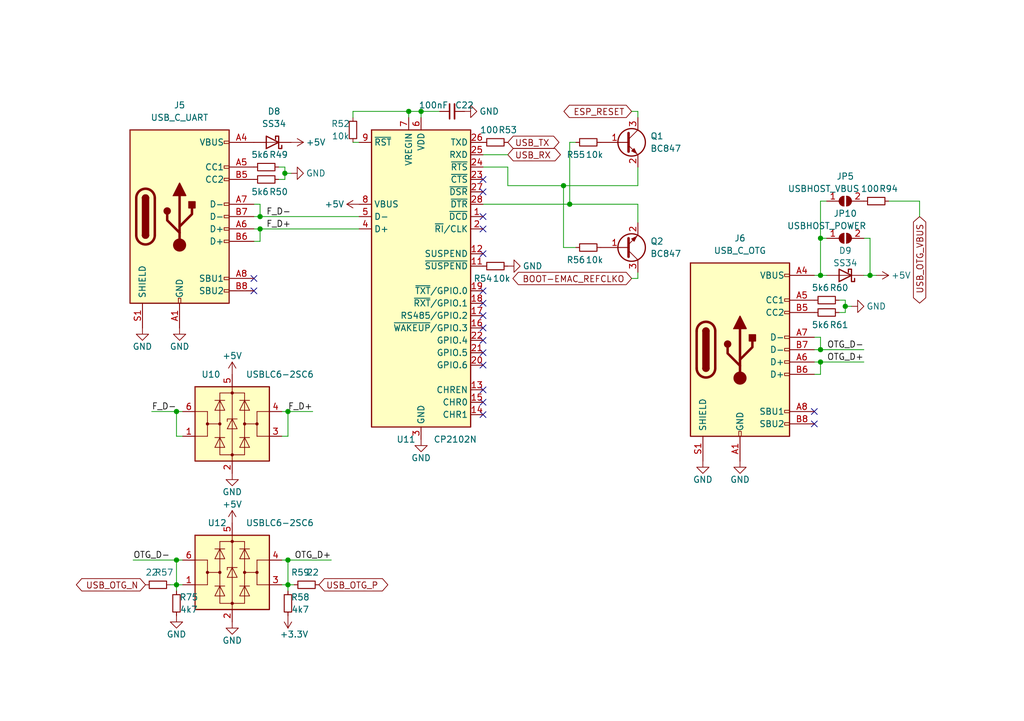
<source format=kicad_sch>
(kicad_sch (version 20211123) (generator eeschema)
  (paper "A5")
  (lib_symbols
    (symbol "Connector:USB_C_Receptacle_USB2.0" (pin_names (offset 1.016))
      (property "Reference" "J" (at -10.16 19.05 0))
      (property "Value" "USB_C_Receptacle_USB2.0" (at 19.05 19.05 0))
      (symbol "USB_C_Receptacle_USB2.0_0_0"
        (rectangle (start -0.254 -17.78) (end 0.254 -16.764))
        (rectangle (start 10.16 -14.986) (end 9.144 -15.494))
        (rectangle (start 10.16 -12.446) (end 9.144 -12.954))
        (rectangle (start 10.16 -4.826) (end 9.144 -5.334))
        (rectangle (start 10.16 -2.286) (end 9.144 -2.794))
        (rectangle (start 10.16 0.254) (end 9.144 -0.254))
        (rectangle (start 10.16 2.794) (end 9.144 2.286))
        (rectangle (start 10.16 7.874) (end 9.144 7.366))
        (rectangle (start 10.16 10.414) (end 9.144 9.906))
        (rectangle (start 10.16 15.494) (end 9.144 14.986))
      )
      (symbol "USB_C_Receptacle_USB2.0_0_1"
        (rectangle (start -10.16 17.78) (end 10.16 -17.78) (stroke (width 0.254)) (fill (type background)))
        (arc (start -8.89 -3.81) (mid -6.985 -5.715) (end -5.08 -3.81) (stroke (width 0.508)))
        (arc (start -7.62 -3.81) (mid -6.985 -4.445) (end -6.35 -3.81) (stroke (width 0.254)))
        (arc (start -7.62 -3.81) (mid -6.985 -4.445) (end -6.35 -3.81) (stroke (width 0.254)) (fill (type outline)))
        (rectangle (start -7.62 -3.81) (end -6.35 3.81) (stroke (width 0.254)) (fill (type outline)))
        (arc (start -6.35 3.81) (mid -6.985 4.445) (end -7.62 3.81) (stroke (width 0.254)))
        (arc (start -6.35 3.81) (mid -6.985 4.445) (end -7.62 3.81) (stroke (width 0.254)) (fill (type outline)))
        (arc (start -5.08 3.81) (mid -6.985 5.715) (end -8.89 3.81) (stroke (width 0.508)))
        (circle (center -2.54 1.143) (radius 0.635) (stroke (width 0.254)) (fill (type outline)))
        (circle (center 0 -5.842) (radius 1.27) (fill (type outline)))
        (polyline (pts (xy -8.89 -3.81) (xy -8.89 3.81)) (stroke (width 0.508)))
        (polyline (pts (xy -5.08 3.81) (xy -5.08 -3.81)) (stroke (width 0.508)))
        (polyline (pts (xy 0 -5.842) (xy 0 4.318)) (stroke (width 0.508)))
        (polyline (pts (xy 0 -3.302) (xy -2.54 -0.762) (xy -2.54 0.508)) (stroke (width 0.508)))
        (polyline (pts (xy 0 -2.032) (xy 2.54 0.508) (xy 2.54 1.778)) (stroke (width 0.508)))
        (polyline (pts (xy -1.27 4.318) (xy 0 6.858) (xy 1.27 4.318) (xy -1.27 4.318)) (stroke (width 0.254)) (fill (type outline)))
        (rectangle (start 1.905 1.778) (end 3.175 3.048) (stroke (width 0.254)) (fill (type outline)))
      )
      (symbol "USB_C_Receptacle_USB2.0_1_1"
        (pin passive line (at 0 -22.86 90) (length 5.08) (name "GND") (number "A1"))
        (pin passive line (at 0 -22.86 90) (length 5.08) hide (name "GND") (number "A12"))
        (pin passive line (at 15.24 15.24 180) (length 5.08) (name "VBUS") (number "A4"))
        (pin bidirectional line (at 15.24 10.16 180) (length 5.08) (name "CC1") (number "A5"))
        (pin bidirectional line (at 15.24 -2.54 180) (length 5.08) (name "D+") (number "A6"))
        (pin bidirectional line (at 15.24 2.54 180) (length 5.08) (name "D-") (number "A7"))
        (pin bidirectional line (at 15.24 -12.7 180) (length 5.08) (name "SBU1") (number "A8"))
        (pin passive line (at 15.24 15.24 180) (length 5.08) hide (name "VBUS") (number "A9"))
        (pin passive line (at 0 -22.86 90) (length 5.08) hide (name "GND") (number "B1"))
        (pin passive line (at 0 -22.86 90) (length 5.08) hide (name "GND") (number "B12"))
        (pin passive line (at 15.24 15.24 180) (length 5.08) hide (name "VBUS") (number "B4"))
        (pin bidirectional line (at 15.24 7.62 180) (length 5.08) (name "CC2") (number "B5"))
        (pin bidirectional line (at 15.24 -5.08 180) (length 5.08) (name "D+") (number "B6"))
        (pin bidirectional line (at 15.24 0 180) (length 5.08) (name "D-") (number "B7"))
        (pin bidirectional line (at 15.24 -15.24 180) (length 5.08) (name "SBU2") (number "B8"))
        (pin passive line (at 15.24 15.24 180) (length 5.08) hide (name "VBUS") (number "B9"))
        (pin passive line (at -7.62 -22.86 90) (length 5.08) (name "SHIELD") (number "S1"))
      )
    )
    (symbol "Device:C_Small" (pin_numbers hide) (pin_names (offset 0.254) hide)
      (property "Reference" "C" (at 0.254 1.778 0))
      (property "Value" "C_Small" (at 0.254 -2.032 0))
      (symbol "C_Small_0_1"
        (polyline (pts (xy -1.524 -0.508) (xy 1.524 -0.508)) (stroke (width 0.3302)))
        (polyline (pts (xy -1.524 0.508) (xy 1.524 0.508)) (stroke (width 0.3048)))
      )
      (symbol "C_Small_1_1"
        (pin passive line (at 0 2.54 270) (length 2.032) (name "~") (number "1"))
        (pin passive line (at 0 -2.54 90) (length 2.032) (name "~") (number "2"))
      )
    )
    (symbol "Device:R_Small" (pin_numbers hide) (pin_names (offset 0.254) hide)
      (property "Reference" "R" (at 0.762 0.508 0))
      (property "Value" "R_Small" (at 0.762 -1.016 0))
      (symbol "R_Small_0_1"
        (rectangle (start -0.762 1.778) (end 0.762 -1.778) (stroke (width 0.2032)))
      )
      (symbol "R_Small_1_1"
        (pin passive line (at 0 2.54 270) (length 0.762) (name "~") (number "1"))
        (pin passive line (at 0 -2.54 90) (length 0.762) (name "~") (number "2"))
      )
    )
    (symbol "Diode:CDBA340-HF" (pin_numbers hide) (pin_names hide)
      (property "Reference" "D" (at 0 2.54 0))
      (property "Value" "CDBA340-HF" (at 0 -2.54 0))
      (symbol "CDBA340-HF_0_1"
        (polyline (pts (xy 1.27 0) (xy -1.27 0)))
        (polyline (pts (xy 1.27 1.27) (xy 1.27 -1.27) (xy -1.27 0) (xy 1.27 1.27)) (stroke (width 0.254)))
        (polyline (pts (xy -1.905 0.635) (xy -1.905 1.27) (xy -1.27 1.27) (xy -1.27 -1.27) (xy -0.635 -1.27) (xy -0.635 -0.635)) (stroke (width 0.254)))
      )
      (symbol "CDBA340-HF_1_1"
        (pin passive line (at -3.81 0 0) (length 2.54) (name "K") (number "1"))
        (pin passive line (at 3.81 0 180) (length 2.54) (name "A") (number "2"))
      )
    )
    (symbol "Interface_USB:CP2102N-Axx-xQFN28"
      (property "Reference" "U" (at -8.89 31.75 0))
      (property "Value" "CP2102N-Axx-xQFN28" (at 12.7 31.75 0))
      (symbol "CP2102N-Axx-xQFN28_0_1"
        (rectangle (start -10.16 30.48) (end 10.16 -30.48) (stroke (width 0.254)) (fill (type background)))
      )
      (symbol "CP2102N-Axx-xQFN28_1_1"
        (pin input line (at 12.7 12.7 180) (length 2.54) (name "~{DCD}") (number "1"))
        (pin no_connect line (at -10.16 -27.94 0) (length 2.54) hide (name "NC") (number "10"))
        (pin output line (at 12.7 2.54 180) (length 2.54) (name "~{SUSPEND}") (number "11"))
        (pin output line (at 12.7 5.08 180) (length 2.54) (name "SUSPEND") (number "12"))
        (pin output line (at 12.7 -22.86 180) (length 2.54) (name "CHREN") (number "13"))
        (pin output line (at 12.7 -27.94 180) (length 2.54) (name "CHR1") (number "14"))
        (pin output line (at 12.7 -25.4 180) (length 2.54) (name "CHR0") (number "15"))
        (pin bidirectional line (at 12.7 -10.16 180) (length 2.54) (name "~{WAKEUP}/GPIO.3") (number "16"))
        (pin bidirectional line (at 12.7 -7.62 180) (length 2.54) (name "RS485/GPIO.2") (number "17"))
        (pin bidirectional line (at 12.7 -5.08 180) (length 2.54) (name "~{RXT}/GPIO.1") (number "18"))
        (pin bidirectional line (at 12.7 -2.54 180) (length 2.54) (name "~{TXT}/GPIO.0") (number "19"))
        (pin bidirectional line (at 12.7 10.16 180) (length 2.54) (name "~{RI}/CLK") (number "2"))
        (pin bidirectional line (at 12.7 -17.78 180) (length 2.54) (name "GPIO.6") (number "20"))
        (pin bidirectional line (at 12.7 -15.24 180) (length 2.54) (name "GPIO.5") (number "21"))
        (pin bidirectional line (at 12.7 -12.7 180) (length 2.54) (name "GPIO.4") (number "22"))
        (pin input line (at 12.7 20.32 180) (length 2.54) (name "~{CTS}") (number "23"))
        (pin output line (at 12.7 22.86 180) (length 2.54) (name "~{RTS}") (number "24"))
        (pin input line (at 12.7 25.4 180) (length 2.54) (name "RXD") (number "25"))
        (pin output line (at 12.7 27.94 180) (length 2.54) (name "TXD") (number "26"))
        (pin input line (at 12.7 17.78 180) (length 2.54) (name "~{DSR}") (number "27"))
        (pin output line (at 12.7 15.24 180) (length 2.54) (name "~{DTR}") (number "28"))
        (pin passive line (at 0 -33.02 90) (length 2.54) hide (name "GND") (number "29"))
        (pin power_in line (at 0 -33.02 90) (length 2.54) (name "GND") (number "3"))
        (pin bidirectional line (at -12.7 10.16 0) (length 2.54) (name "D+") (number "4"))
        (pin bidirectional line (at -12.7 12.7 0) (length 2.54) (name "D-") (number "5"))
        (pin power_in line (at 0 33.02 270) (length 2.54) (name "VDD") (number "6"))
        (pin power_in line (at -2.54 33.02 270) (length 2.54) (name "VREGIN") (number "7"))
        (pin input line (at -12.7 15.24 0) (length 2.54) (name "VBUS") (number "8"))
        (pin input line (at -12.7 27.94 0) (length 2.54) (name "~{RST}") (number "9"))
      )
    )
    (symbol "Jumper:SolderJumper_2_Open" (pin_names (offset 0) hide)
      (property "Reference" "JP" (at 0 2.032 0))
      (property "Value" "SolderJumper_2_Open" (at 0 -2.54 0))
      (symbol "SolderJumper_2_Open_0_1"
        (arc (start -0.254 1.016) (mid -1.27 0) (end -0.254 -1.016))
        (arc (start -0.254 1.016) (mid -1.27 0) (end -0.254 -1.016) (fill (type outline)))
        (polyline (pts (xy -0.254 1.016) (xy -0.254 -1.016)))
        (polyline (pts (xy 0.254 1.016) (xy 0.254 -1.016)))
        (arc (start 0.254 -1.016) (mid 1.27 0) (end 0.254 1.016))
        (arc (start 0.254 -1.016) (mid 1.27 0) (end 0.254 1.016) (fill (type outline)))
      )
      (symbol "SolderJumper_2_Open_1_1"
        (pin passive line (at -3.81 0 0) (length 2.54) (name "A") (number "1"))
        (pin passive line (at 3.81 0 180) (length 2.54) (name "B") (number "2"))
      )
    )
    (symbol "Power_Protection:USBLC6-2SC6" (pin_names hide)
      (property "Reference" "U" (at 2.54 8.89 0))
      (property "Value" "USBLC6-2SC6" (at 2.54 -8.89 0))
      (symbol "USBLC6-2SC6_0_1"
        (rectangle (start -7.62 -7.62) (end 7.62 7.62) (stroke (width 0.254)) (fill (type background)))
        (circle (center -5.08 0) (radius 0.254) (fill (type outline)))
        (circle (center -2.54 0) (radius 0.254) (fill (type outline)))
        (rectangle (start -2.54 6.35) (end 2.54 -6.35))
        (circle (center 0 -6.35) (radius 0.254) (fill (type outline)))
        (polyline (pts (xy -5.08 -2.54) (xy -7.62 -2.54)))
        (polyline (pts (xy -5.08 0) (xy -5.08 -2.54)))
        (polyline (pts (xy -5.08 2.54) (xy -7.62 2.54)))
        (polyline (pts (xy -1.524 -2.794) (xy -3.556 -2.794)))
        (polyline (pts (xy -1.524 4.826) (xy -3.556 4.826)))
        (polyline (pts (xy 0 -7.62) (xy 0 -6.35)))
        (polyline (pts (xy 0 -6.35) (xy 0 1.27)))
        (polyline (pts (xy 0 1.27) (xy 0 6.35)))
        (polyline (pts (xy 0 6.35) (xy 0 7.62)))
        (polyline (pts (xy 1.524 -2.794) (xy 3.556 -2.794)))
        (polyline (pts (xy 1.524 4.826) (xy 3.556 4.826)))
        (polyline (pts (xy 5.08 -2.54) (xy 7.62 -2.54)))
        (polyline (pts (xy 5.08 0) (xy 5.08 -2.54)))
        (polyline (pts (xy 5.08 2.54) (xy 7.62 2.54)))
        (polyline (pts (xy -2.54 0) (xy -5.08 0) (xy -5.08 2.54)))
        (polyline (pts (xy 2.54 0) (xy 5.08 0) (xy 5.08 2.54)))
        (polyline (pts (xy -3.556 -4.826) (xy -1.524 -4.826) (xy -2.54 -2.794) (xy -3.556 -4.826)))
        (polyline (pts (xy -3.556 2.794) (xy -1.524 2.794) (xy -2.54 4.826) (xy -3.556 2.794)))
        (polyline (pts (xy -1.016 -1.016) (xy 1.016 -1.016) (xy 0 1.016) (xy -1.016 -1.016)))
        (polyline (pts (xy 1.016 1.016) (xy 0.762 1.016) (xy -1.016 1.016) (xy -1.016 0.508)))
        (polyline (pts (xy 3.556 -4.826) (xy 1.524 -4.826) (xy 2.54 -2.794) (xy 3.556 -4.826)))
        (polyline (pts (xy 3.556 2.794) (xy 1.524 2.794) (xy 2.54 4.826) (xy 3.556 2.794)))
        (circle (center 0 6.35) (radius 0.254) (fill (type outline)))
        (circle (center 2.54 0) (radius 0.254) (fill (type outline)))
        (circle (center 5.08 0) (radius 0.254) (fill (type outline)))
      )
      (symbol "USBLC6-2SC6_1_1"
        (pin passive line (at -10.16 -2.54 0) (length 2.54) (name "I/O1") (number "1"))
        (pin passive line (at 0 -10.16 90) (length 2.54) (name "GND") (number "2"))
        (pin passive line (at 10.16 -2.54 180) (length 2.54) (name "I/O2") (number "3"))
        (pin passive line (at 10.16 2.54 180) (length 2.54) (name "I/O2") (number "4"))
        (pin passive line (at 0 10.16 270) (length 2.54) (name "VBUS") (number "5"))
        (pin passive line (at -10.16 2.54 0) (length 2.54) (name "I/O1") (number "6"))
      )
    )
    (symbol "Transistor_BJT:BC847" (pin_names (offset 0) hide)
      (property "Reference" "Q" (at 5.08 1.905 0))
      (property "Value" "BC847" (at 5.08 0 0))
      (symbol "BC847_0_1"
        (polyline (pts (xy 0.635 0.635) (xy 2.54 2.54)))
        (polyline (pts (xy 0.635 -0.635) (xy 2.54 -2.54) (xy 2.54 -2.54)))
        (polyline (pts (xy 0.635 1.905) (xy 0.635 -1.905) (xy 0.635 -1.905)) (stroke (width 0.508)))
        (polyline (pts (xy 1.27 -1.778) (xy 1.778 -1.27) (xy 2.286 -2.286) (xy 1.27 -1.778) (xy 1.27 -1.778)) (fill (type outline)))
        (circle (center 1.27 0) (radius 2.8194) (stroke (width 0.254)))
      )
      (symbol "BC847_1_1"
        (pin input line (at -5.08 0 0) (length 5.715) (name "B") (number "1"))
        (pin passive line (at 2.54 -5.08 90) (length 2.54) (name "E") (number "2"))
        (pin passive line (at 2.54 5.08 270) (length 2.54) (name "C") (number "3"))
      )
    )
    (symbol "power:+3.3V" (power) (pin_names (offset 0))
      (property "Value" "+3.3V" (at 0 3.556 0))
      (symbol "+3.3V_0_1"
        (polyline (pts (xy -0.762 1.27) (xy 0 2.54)))
        (polyline (pts (xy 0 0) (xy 0 2.54)))
        (polyline (pts (xy 0 2.54) (xy 0.762 1.27)))
      )
      (symbol "+3.3V_1_1"
        (pin power_in line (at 0 0 90) (length 0) hide (name "+3.3V") (number "1"))
      )
    )
    (symbol "power:+5V" (power) (pin_names (offset 0))
      (property "Value" "+5V" (at 0 3.556 0))
      (symbol "+5V_0_1"
        (polyline (pts (xy -0.762 1.27) (xy 0 2.54)))
        (polyline (pts (xy 0 0) (xy 0 2.54)))
        (polyline (pts (xy 0 2.54) (xy 0.762 1.27)))
      )
      (symbol "+5V_1_1"
        (pin power_in line (at 0 0 90) (length 0) hide (name "+5V") (number "1"))
      )
    )
    (symbol "power:GND" (power) (pin_names (offset 0))
      (property "Value" "GND" (at 0 -3.81 0))
      (symbol "GND_0_1"
        (polyline (pts (xy 0 0) (xy 0 -1.27) (xy 1.27 -1.27) (xy 0 -2.54) (xy -1.27 -1.27) (xy 0 -1.27)))
      )
      (symbol "GND_1_1"
        (pin power_in line (at 0 0 270) (length 0) hide (name "GND") (number "1"))
      )
    )
  )
  (junction (at 36.195 84.455))
  (junction (at 59.055 84.455))
  (junction (at 36.195 120.015))
  (junction (at 168.275 56.515))
  (junction (at 59.055 114.935))
  (junction (at 168.275 74.295))
  (junction (at 115.57 38.1))
  (junction (at 86.36 22.86))
  (junction (at 173.355 62.865))
  (junction (at 168.275 48.895))
  (junction (at 178.435 56.515))
  (junction (at 83.82 22.86))
  (junction (at 53.34 46.99))
  (junction (at 59.055 120.015))
  (junction (at 116.84 41.91))
  (junction (at 58.42 35.56))
  (junction (at 168.275 71.755))
  (junction (at 53.34 44.45))
  (junction (at 36.195 114.935))
  (no_connect (at 99.06 39.37))
  (no_connect (at 99.06 59.69))
  (no_connect (at 99.06 64.77))
  (no_connect (at 99.06 36.83))
  (no_connect (at 99.06 67.31))
  (no_connect (at 99.06 46.99))
  (no_connect (at 52.07 59.69))
  (no_connect (at 167.005 84.455))
  (no_connect (at 99.06 69.85))
  (no_connect (at 99.06 82.55))
  (no_connect (at 99.06 80.01))
  (no_connect (at 99.06 62.23))
  (no_connect (at 99.06 72.39))
  (no_connect (at 52.07 57.15))
  (no_connect (at 99.06 44.45))
  (no_connect (at 167.005 86.995))
  (no_connect (at 99.06 52.07))
  (no_connect (at 99.06 85.09))
  (no_connect (at 99.06 74.93))
  (wire (pts (xy 58.42 36.83) (xy 57.15 36.83)))
  (wire (pts (xy 188.595 41.275) (xy 188.595 44.45)))
  (wire (pts (xy 59.055 120.015) (xy 60.325 120.015)))
  (wire (pts (xy 53.34 41.91) (xy 53.34 44.45)))
  (wire (pts (xy 116.84 29.21) (xy 118.11 29.21)))
  (wire (pts (xy 130.81 41.91) (xy 116.84 41.91)))
  (wire (pts (xy 182.245 41.275) (xy 188.595 41.275)))
  (wire (pts (xy 179.705 56.515) (xy 178.435 56.515)))
  (wire (pts (xy 59.055 84.455) (xy 64.135 84.455)))
  (wire (pts (xy 167.005 69.215) (xy 168.275 69.215)))
  (wire (pts (xy 72.39 29.21) (xy 73.66 29.21)))
  (wire (pts (xy 72.39 22.86) (xy 83.82 22.86)))
  (wire (pts (xy 59.055 89.535) (xy 59.055 84.455)))
  (wire (pts (xy 99.06 34.29) (xy 104.14 34.29)))
  (wire (pts (xy 52.07 41.91) (xy 53.34 41.91)))
  (wire (pts (xy 53.34 44.45) (xy 73.66 44.45)))
  (wire (pts (xy 36.195 114.935) (xy 27.305 114.935)))
  (wire (pts (xy 172.085 61.595) (xy 173.355 61.595)))
  (wire (pts (xy 36.195 114.935) (xy 36.195 120.015)))
  (wire (pts (xy 169.545 56.515) (xy 168.275 56.515)))
  (wire (pts (xy 177.165 48.895) (xy 178.435 48.895)))
  (wire (pts (xy 37.465 114.935) (xy 36.195 114.935)))
  (wire (pts (xy 37.465 89.535) (xy 36.195 89.535)))
  (wire (pts (xy 104.14 34.29) (xy 104.14 38.1)))
  (wire (pts (xy 168.275 48.895) (xy 168.275 56.515)))
  (wire (pts (xy 86.36 22.86) (xy 86.36 24.13)))
  (wire (pts (xy 99.06 41.91) (xy 116.84 41.91)))
  (wire (pts (xy 168.275 41.275) (xy 168.275 48.895)))
  (wire (pts (xy 53.34 46.99) (xy 73.66 46.99)))
  (wire (pts (xy 59.055 121.285) (xy 59.055 120.015)))
  (wire (pts (xy 86.36 22.86) (xy 90.17 22.86)))
  (wire (pts (xy 116.84 41.91) (xy 116.84 29.21)))
  (wire (pts (xy 52.07 44.45) (xy 53.34 44.45)))
  (wire (pts (xy 130.81 45.72) (xy 130.81 41.91)))
  (wire (pts (xy 130.81 34.29) (xy 130.81 38.1)))
  (wire (pts (xy 57.785 114.935) (xy 59.055 114.935)))
  (wire (pts (xy 169.545 41.275) (xy 168.275 41.275)))
  (wire (pts (xy 130.81 22.86) (xy 130.81 24.13)))
  (wire (pts (xy 168.275 74.295) (xy 177.165 74.295)))
  (wire (pts (xy 130.81 57.15) (xy 129.54 57.15)))
  (wire (pts (xy 59.055 114.935) (xy 59.055 120.015)))
  (wire (pts (xy 53.34 49.53) (xy 53.34 46.99)))
  (wire (pts (xy 58.42 35.56) (xy 59.69 35.56)))
  (wire (pts (xy 130.81 38.1) (xy 115.57 38.1)))
  (wire (pts (xy 59.055 84.455) (xy 57.785 84.455)))
  (wire (pts (xy 167.005 76.835) (xy 168.275 76.835)))
  (wire (pts (xy 36.195 84.455) (xy 37.465 84.455)))
  (wire (pts (xy 34.925 120.015) (xy 36.195 120.015)))
  (wire (pts (xy 104.14 38.1) (xy 115.57 38.1)))
  (wire (pts (xy 72.39 24.13) (xy 72.39 22.86)))
  (wire (pts (xy 36.195 120.015) (xy 36.195 121.285)))
  (wire (pts (xy 59.055 114.935) (xy 67.945 114.935)))
  (wire (pts (xy 129.54 22.86) (xy 130.81 22.86)))
  (wire (pts (xy 58.42 35.56) (xy 58.42 36.83)))
  (wire (pts (xy 104.14 31.75) (xy 99.06 31.75)))
  (wire (pts (xy 173.355 61.595) (xy 173.355 62.865)))
  (wire (pts (xy 168.275 69.215) (xy 168.275 71.755)))
  (wire (pts (xy 169.545 48.895) (xy 168.275 48.895)))
  (wire (pts (xy 167.005 71.755) (xy 168.275 71.755)))
  (wire (pts (xy 36.195 89.535) (xy 36.195 84.455)))
  (wire (pts (xy 167.005 74.295) (xy 168.275 74.295)))
  (wire (pts (xy 57.785 89.535) (xy 59.055 89.535)))
  (wire (pts (xy 173.355 62.865) (xy 173.355 64.135)))
  (wire (pts (xy 130.81 55.88) (xy 130.81 57.15)))
  (wire (pts (xy 52.07 46.99) (xy 53.34 46.99)))
  (wire (pts (xy 83.82 22.86) (xy 86.36 22.86)))
  (wire (pts (xy 83.82 24.13) (xy 83.82 22.86)))
  (wire (pts (xy 52.07 49.53) (xy 53.34 49.53)))
  (wire (pts (xy 168.275 71.755) (xy 177.165 71.755)))
  (wire (pts (xy 168.275 56.515) (xy 167.005 56.515)))
  (wire (pts (xy 115.57 38.1) (xy 115.57 50.8)))
  (wire (pts (xy 178.435 48.895) (xy 178.435 56.515)))
  (wire (pts (xy 115.57 50.8) (xy 118.11 50.8)))
  (wire (pts (xy 57.15 34.29) (xy 58.42 34.29)))
  (wire (pts (xy 173.355 64.135) (xy 172.085 64.135)))
  (wire (pts (xy 168.275 76.835) (xy 168.275 74.295)))
  (wire (pts (xy 36.195 120.015) (xy 37.465 120.015)))
  (wire (pts (xy 58.42 34.29) (xy 58.42 35.56)))
  (wire (pts (xy 57.785 120.015) (xy 59.055 120.015)))
  (wire (pts (xy 173.355 62.865) (xy 174.625 62.865)))
  (wire (pts (xy 178.435 56.515) (xy 177.165 56.515)))
  (wire (pts (xy 31.115 84.455) (xy 36.195 84.455)))
  (label "OTG_D-" (at 27.305 114.935 0))
  (label "F_D+" (at 64.135 84.455 180))
  (label "OTG_D-" (at 177.165 71.755 180))
  (label "OTG_D+" (at 177.165 74.295 180))
  (label "F_D-" (at 59.69 44.45 180))
  (label "F_D-" (at 31.115 84.455 0))
  (label "F_D+" (at 59.69 46.99 180))
  (label "OTG_D+" (at 67.945 114.935 180))
  (global_label "USB_TX" (shape bidirectional) (at 104.14 29.21 0) (property "Intersheet References" "${INTERSHEET_REFS}" (effects hide)))
  (global_label "USB_OTG_N" (shape bidirectional) (at 29.845 120.015 180) (property "Intersheet References" "${INTERSHEET_REFS}" (effects hide)))
  (global_label "USB_OTG_VBUS" (shape bidirectional) (at 188.595 44.45 270) (property "Intersheet References" "${INTERSHEET_REFS}" (effects hide)))
  (global_label "BOOT-EMAC_REFCLKO" (shape bidirectional) (at 129.54 57.15 180) (property "Intersheet References" "${INTERSHEET_REFS}" (effects hide)))
  (global_label "ESP_RESET" (shape bidirectional) (at 129.54 22.86 180) (property "Intersheet References" "${INTERSHEET_REFS}" (effects hide)))
  (global_label "USB_RX" (shape bidirectional) (at 104.14 31.75 0) (property "Intersheet References" "${INTERSHEET_REFS}" (effects hide)))
  (global_label "USB_OTG_P" (shape bidirectional) (at 65.405 120.015 0) (property "Intersheet References" "${INTERSHEET_REFS}" (effects hide)))
  (symbol (lib_id "Device:R_Small") (at 32.385 120.015 270) (mirror x) (unit 1)
    (property "Reference" "R57" (at 33.655 117.475 90))
    (property "Value" "22" (at 31.115 117.475 90))
    (property "Footprint" "Resistor_SMD:R_0603_1608Metric" (effects hide))
  )
  (symbol (lib_id "Device:R_Small") (at 72.39 26.67 0) (unit 1)
    (property "Reference" "R52" (at 69.85 25.4 0))
    (property "Value" "10k" (at 69.85 27.94 0))
    (property "Footprint" "Resistor_SMD:R_0603_1608Metric" (effects hide))
  )
  (symbol (lib_id "Device:R_Small") (at 169.545 61.595 270) (unit 1)
    (property "Reference" "R60" (at 172.085 59.055 90))
    (property "Value" "5k6" (at 168.275 59.055 90))
    (property "Footprint" "Resistor_SMD:R_0603_1608Metric" (effects hide))
  )
  (symbol (lib_id "power:GND") (at 47.625 97.155 0) (mirror y) (unit 1)
    (property "Reference" "#PWR087" (effects hide))
    (property "Value" "GND" (at 47.625 100.965 0))
  )
  (symbol (lib_id "Device:R_Small") (at 101.6 29.21 270) (unit 1)
    (property "Reference" "R53" (at 104.14 26.67 90))
    (property "Value" "100" (at 100.33 26.67 90))
    (property "Footprint" "Resistor_SMD:R_0603_1608Metric" (effects hide))
  )
  (symbol (lib_id "Jumper:SolderJumper_2_Open") (at 173.355 41.275 0) (unit 1)
    (property "Reference" "JP5" (at 173.355 36.195 0))
    (property "Value" "USBHOST_VBUS" (at 168.91 38.735 0))
    (property "Footprint" "Jumper:SolderJumper-2_P1.3mm_Open_RoundedPad1.0x1.5mm" (effects hide))
  )
  (symbol (lib_id "Device:R_Small") (at 54.61 34.29 270) (unit 1)
    (property "Reference" "R49" (at 57.15 31.75 90))
    (property "Value" "5k6" (at 53.34 31.75 90))
    (property "Footprint" "Resistor_SMD:R_0603_1608Metric" (effects hide))
  )
  (symbol (lib_id "power:+5V") (at 47.625 76.835 0) (unit 1)
    (property "Reference" "#PWR086" (effects hide))
    (property "Value" "+5V" (at 47.625 73.025 0))
  )
  (symbol (lib_id "Device:R_Small") (at 36.195 123.825 0) (mirror x) (unit 1)
    (property "Reference" "R75" (at 38.735 122.555 0))
    (property "Value" "4k7" (at 38.735 125.095 0))
    (property "Footprint" "Resistor_SMD:R_0603_1608Metric" (effects hide))
  )
  (symbol (lib_id "power:+5V") (at 59.69 29.21 270) (unit 1)
    (property "Reference" "#PWR088" (effects hide))
    (property "Value" "+5V" (at 64.77 29.21 90))
  )
  (symbol (lib_id "Jumper:SolderJumper_2_Open") (at 173.355 48.895 0) (unit 1)
    (property "Reference" "JP10" (at 173.355 43.815 0))
    (property "Value" "USBHOST_POWER" (at 169.545 46.355 0))
    (property "Footprint" "Jumper:SolderJumper-2_P1.3mm_Open_RoundedPad1.0x1.5mm" (effects hide))
  )
  (symbol (lib_id "Transistor_BJT:BC847") (at 128.27 50.8 0) (mirror x) (unit 1)
    (property "Reference" "Q2" (at 133.35 49.5299 0) (effects (justify left)))
    (property "Value" "BC847" (at 133.35 52.0699 0) (effects (justify left)))
    (property "Footprint" "Package_TO_SOT_SMD:SOT-23" (effects hide))
    (property "Datasheet" "http://www.infineon.com/dgdl/Infineon-BC847SERIES_BC848SERIES_BC849SERIES_BC850SERIES-DS-v01_01-en.pdf?fileId=db3a304314dca389011541d4630a1657" (effects hide))
  )
  (symbol (lib_id "Device:R_Small") (at 54.61 36.83 270) (mirror x) (unit 1)
    (property "Reference" "R50" (at 57.15 39.37 90))
    (property "Value" "5k6" (at 53.34 39.37 90))
    (property "Footprint" "Resistor_SMD:R_0603_1608Metric" (effects hide))
  )
  (symbol (lib_id "Connector:USB_C_Receptacle_USB2.0") (at 151.765 71.755 0) (unit 1)
    (property "Reference" "J6" (at 151.765 48.895 0))
    (property "Value" "USB_C_OTG" (at 151.765 51.435 0))
    (property "Footprint" "Connector_USB:USB_C_Receptacle_HRO_TYPE-C-31-M-12" (effects hide))
    (property "Datasheet" "https://www.usb.org/sites/default/files/documents/usb_type-c.zip" (effects hide))
  )
  (symbol (lib_id "power:GND") (at 104.14 54.61 90) (mirror x) (unit 1)
    (property "Reference" "#PWR093" (effects hide))
    (property "Value" "GND" (at 109.22 54.61 90))
  )
  (symbol (lib_id "power:GND") (at 36.83 67.31 0) (mirror y) (unit 1)
    (property "Reference" "#PWR085" (effects hide))
    (property "Value" "GND" (at 36.83 71.12 0))
  )
  (symbol (lib_id "Device:C_Small") (at 92.71 22.86 90) (unit 1)
    (property "Reference" "C22" (at 95.25 21.59 90))
    (property "Value" "100nF" (at 88.9 21.59 90))
    (property "Footprint" "Capacitor_SMD:C_0603_1608Metric" (effects hide))
  )
  (symbol (lib_id "power:GND") (at 144.145 94.615 0) (mirror y) (unit 1)
    (property "Reference" "#PWR094" (effects hide))
    (property "Value" "GND" (at 144.145 98.425 0))
  )
  (symbol (lib_id "Device:R_Small") (at 179.705 41.275 270) (unit 1)
    (property "Reference" "R94" (at 182.245 38.735 90))
    (property "Value" "100" (at 178.435 38.735 90))
    (property "Footprint" "Resistor_SMD:R_0603_1608Metric" (effects hide))
  )
  (symbol (lib_id "Device:R_Small") (at 101.6 54.61 90) (unit 1)
    (property "Reference" "R54" (at 99.06 57.15 90))
    (property "Value" "10k" (at 102.87 57.15 90))
    (property "Footprint" "Resistor_SMD:R_0603_1608Metric" (effects hide))
  )
  (symbol (lib_id "power:+3.3V") (at 59.055 126.365 0) (mirror x) (unit 1)
    (property "Reference" "#PWR098" (effects hide))
    (property "Value" "+3.3V" (at 60.325 130.175 0))
  )
  (symbol (lib_id "Connector:USB_C_Receptacle_USB2.0") (at 36.83 44.45 0) (unit 1)
    (property "Reference" "J5" (at 36.83 21.59 0))
    (property "Value" "USB_C_UART" (at 36.83 24.13 0))
    (property "Footprint" "Connector_USB:USB_C_Receptacle_HRO_TYPE-C-31-M-12" (effects hide))
    (property "Datasheet" "https://www.usb.org/sites/default/files/documents/usb_type-c.zip" (effects hide))
  )
  (symbol (lib_id "power:GND") (at 151.765 94.615 0) (mirror y) (unit 1)
    (property "Reference" "#PWR095" (effects hide))
    (property "Value" "GND" (at 151.765 98.425 0))
  )
  (symbol (lib_id "power:GND") (at 36.195 126.365 0) (mirror y) (unit 1)
    (property "Reference" "#PWR0144" (effects hide))
    (property "Value" "GND" (at 36.195 130.175 0))
  )
  (symbol (lib_id "Diode:CDBA340-HF") (at 173.355 56.515 180) (unit 1)
    (property "Reference" "D9" (at 173.355 51.435 0))
    (property "Value" "SS34" (at 173.355 53.975 0))
    (property "Footprint" "Diode_SMD:D_SMA" (effects hide))
    (property "Datasheet" "https://www.comchiptech.com/admin/files/product/CDBA340-HF%20Thru193640.%20CDBA3100-HF%20RevB.pdf" (effects hide))
  )
  (symbol (lib_id "Power_Protection:USBLC6-2SC6") (at 47.625 117.475 0) (unit 1)
    (property "Reference" "U12" (at 42.545 107.315 0) (effects (justify left)))
    (property "Value" "USBLC6-2SC6" (at 50.3937 107.315 0) (effects (justify left)))
    (property "Footprint" "Package_TO_SOT_SMD:SOT-23-6" (effects hide))
    (property "Datasheet" "https://www.st.com/resource/en/datasheet/usblc6-2.pdf" (effects hide))
  )
  (symbol (lib_id "power:GND") (at 86.36 90.17 0) (mirror y) (unit 1)
    (property "Reference" "#PWR091" (effects hide))
    (property "Value" "GND" (at 86.36 93.98 0))
  )
  (symbol (lib_id "power:+5V") (at 47.625 107.315 0) (unit 1)
    (property "Reference" "#PWR096" (effects hide))
    (property "Value" "+5V" (at 47.625 103.505 0))
  )
  (symbol (lib_id "power:+5V") (at 179.705 56.515 270) (unit 1)
    (property "Reference" "#PWR0100" (effects hide))
    (property "Value" "+5V" (at 184.785 56.515 90))
  )
  (symbol (lib_id "Device:R_Small") (at 169.545 64.135 270) (mirror x) (unit 1)
    (property "Reference" "R61" (at 172.085 66.675 90))
    (property "Value" "5k6" (at 168.275 66.675 90))
    (property "Footprint" "Resistor_SMD:R_0603_1608Metric" (effects hide))
  )
  (symbol (lib_id "Device:R_Small") (at 120.65 29.21 90) (unit 1)
    (property "Reference" "R55" (at 118.11 31.75 90))
    (property "Value" "10k" (at 121.92 31.75 90))
    (property "Footprint" "Resistor_SMD:R_0603_1608Metric" (effects hide))
  )
  (symbol (lib_id "Device:R_Small") (at 120.65 50.8 90) (unit 1)
    (property "Reference" "R56" (at 118.11 53.34 90))
    (property "Value" "10k" (at 121.92 53.34 90))
    (property "Footprint" "Resistor_SMD:R_0603_1608Metric" (effects hide))
  )
  (symbol (lib_id "power:GND") (at 95.25 22.86 90) (mirror x) (unit 1)
    (property "Reference" "#PWR092" (effects hide))
    (property "Value" "GND" (at 100.33 22.86 90))
  )
  (symbol (lib_id "Device:R_Small") (at 62.865 120.015 90) (unit 1)
    (property "Reference" "R59" (at 61.595 117.475 90))
    (property "Value" "22" (at 64.135 117.475 90))
    (property "Footprint" "Resistor_SMD:R_0603_1608Metric" (effects hide))
  )
  (symbol (lib_id "power:GND") (at 174.625 62.865 90) (mirror x) (unit 1)
    (property "Reference" "#PWR099" (effects hide))
    (property "Value" "GND" (at 179.705 62.865 90))
  )
  (symbol (lib_id "Device:R_Small") (at 59.055 123.825 0) (mirror x) (unit 1)
    (property "Reference" "R58" (at 61.595 122.555 0))
    (property "Value" "4k7" (at 61.595 125.095 0))
    (property "Footprint" "Resistor_SMD:R_0603_1608Metric" (effects hide))
  )
  (symbol (lib_id "power:GND") (at 47.625 127.635 0) (mirror y) (unit 1)
    (property "Reference" "#PWR097" (effects hide))
    (property "Value" "GND" (at 47.625 131.445 0))
  )
  (symbol (lib_id "Interface_USB:CP2102N-Axx-xQFN28") (at 86.36 57.15 0) (unit 1)
    (property "Reference" "U11" (at 81.28 90.17 0) (effects (justify left)))
    (property "Value" "CP2102N" (at 88.9 90.17 0) (effects (justify left)))
    (property "Footprint" "Package_DFN_QFN:QFN-28-1EP_5x5mm_P0.5mm_EP3.35x3.35mm" (effects hide))
    (property "Datasheet" "https://www.silabs.com/documents/public/data-sheets/cp2102n-datasheet.pdf" (effects hide))
  )
  (symbol (lib_id "Power_Protection:USBLC6-2SC6") (at 47.625 86.995 0) (unit 1)
    (property "Reference" "U10" (at 41.275 76.835 0) (effects (justify left)))
    (property "Value" "USBLC6-2SC6" (at 50.3937 76.835 0) (effects (justify left)))
    (property "Footprint" "Package_TO_SOT_SMD:SOT-23-6" (effects hide))
    (property "Datasheet" "https://www.st.com/resource/en/datasheet/usblc6-2.pdf" (effects hide))
  )
  (symbol (lib_id "Diode:CDBA340-HF") (at 55.88 29.21 180) (unit 1)
    (property "Reference" "D8" (at 56.1975 22.86 0))
    (property "Value" "SS34" (at 56.1975 25.4 0))
    (property "Footprint" "Diode_SMD:D_SMA" (effects hide))
    (property "Datasheet" "https://www.comchiptech.com/admin/files/product/CDBA340-HF%20Thru193640.%20CDBA3100-HF%20RevB.pdf" (effects hide))
  )
  (symbol (lib_id "Transistor_BJT:BC847") (at 128.27 29.21 0) (unit 1)
    (property "Reference" "Q1" (at 133.35 27.9399 0) (effects (justify left)))
    (property "Value" "BC847" (at 133.35 30.4799 0) (effects (justify left)))
    (property "Footprint" "Package_TO_SOT_SMD:SOT-23" (effects hide))
    (property "Datasheet" "http://www.infineon.com/dgdl/Infineon-BC847SERIES_BC848SERIES_BC849SERIES_BC850SERIES-DS-v01_01-en.pdf?fileId=db3a304314dca389011541d4630a1657" (effects hide))
  )
  (symbol (lib_id "power:GND") (at 59.69 35.56 90) (mirror x) (unit 1)
    (property "Reference" "#PWR089" (effects hide))
    (property "Value" "GND" (at 64.77 35.56 90))
  )
  (symbol (lib_id "power:+5V") (at 73.66 41.91 90) (unit 1)
    (property "Reference" "#PWR090" (effects hide))
    (property "Value" "+5V" (at 68.58 41.91 90))
  )
  (symbol (lib_id "power:GND") (at 29.21 67.31 0) (mirror y) (unit 1)
    (property "Reference" "#PWR084" (effects hide))
    (property "Value" "GND" (at 29.21 71.12 0))
  )
)
</source>
